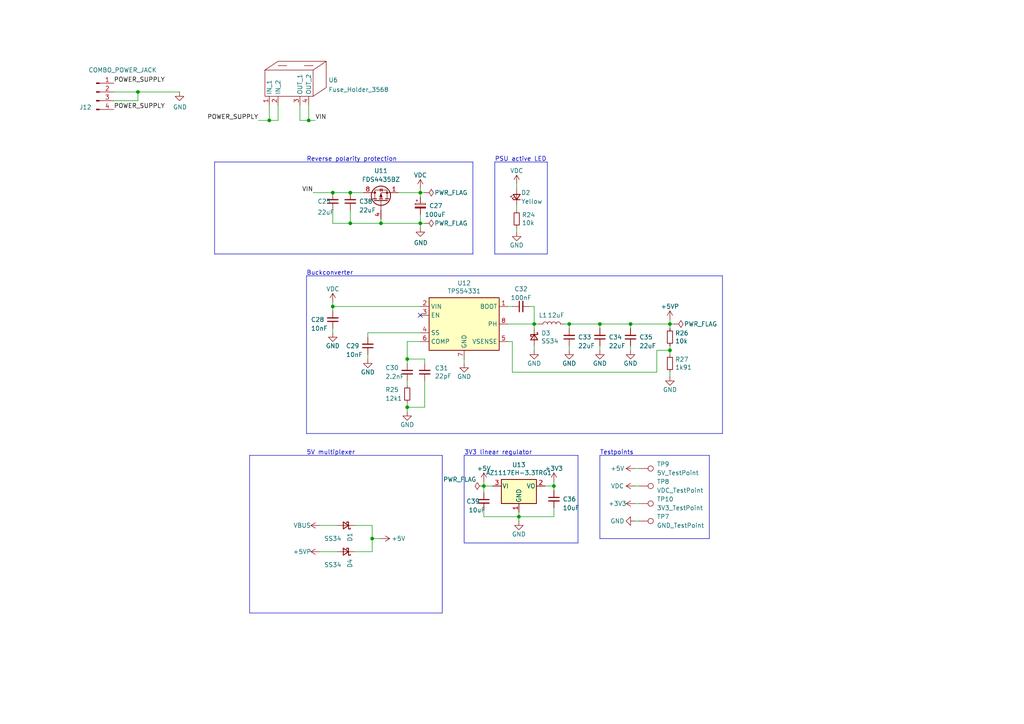
<source format=kicad_sch>
(kicad_sch (version 20230121) (generator eeschema)
  (paper "A4")
  (title_block (title "LumenPnP Motherboard") (date "2022-03-29") (rev "003") (company "Opulo"))
  (lib_symbols
    (symbol "Connector:Conn_01x04_Male" (pin_names (offset 1.016) hide)
      (property "Reference" "J" (at 0 5.08 0))
      (property "Value" "Conn_01x04_Male" (at 0 -7.62 0))
      (symbol "Conn_01x04_Male_1_1"
        (polyline (pts (xy 1.27 -5.08) (xy 0.8636 -5.08)) (stroke (width 0.1524)))
        (polyline (pts (xy 1.27 -2.54) (xy 0.8636 -2.54)) (stroke (width 0.1524)))
        (polyline (pts (xy 1.27 0) (xy 0.8636 0)) (stroke (width 0.1524)))
        (polyline (pts (xy 1.27 2.54) (xy 0.8636 2.54)) (stroke (width 0.1524)))
        (rectangle (start 0.8636 -4.953) (end 0 -5.207) (stroke (width 0.1524)) (fill (type outline)))
        (rectangle (start 0.8636 -2.413) (end 0 -2.667) (stroke (width 0.1524)) (fill (type outline)))
        (rectangle (start 0.8636 0.127) (end 0 -0.127) (stroke (width 0.1524)) (fill (type outline)))
        (rectangle (start 0.8636 2.667) (end 0 2.413) (stroke (width 0.1524)) (fill (type outline)))
        (pin passive line (at 5.08 2.54 180) (length 3.81) (name "Pin_1") (number "1"))
        (pin passive line (at 5.08 0 180) (length 3.81) (name "Pin_2") (number "2"))
        (pin passive line (at 5.08 -2.54 180) (length 3.81) (name "Pin_3") (number "3"))
        (pin passive line (at 5.08 -5.08 180) (length 3.81) (name "Pin_4") (number "4"))
      )
    )
    (symbol "Connector:TestPoint" (pin_numbers hide) (pin_names (offset 0.762) hide)
      (property "Reference" "TP" (at 0 6.858 0))
      (property "Value" "TestPoint" (at 0 5.08 0))
      (symbol "TestPoint_0_1"
        (circle (center 0 3.302) (radius 0.762))
      )
      (symbol "TestPoint_1_1"
        (pin passive line (at 0 0 90) (length 2.54) (name "1") (number "1"))
      )
    )
    (symbol "Device:C_Polarized_Small" (pin_numbers hide) (pin_names (offset 0.254) hide)
      (property "Reference" "C" (at 0.254 1.778 0))
      (property "Value" "C_Polarized_Small" (at 0.254 -2.032 0))
      (symbol "C_Polarized_Small_0_1"
        (rectangle (start -1.524 -0.3048) (end 1.524 -0.6858) (fill (type outline)))
        (rectangle (start -1.524 0.6858) (end 1.524 0.3048))
        (polyline (pts (xy -1.27 1.524) (xy -0.762 1.524)))
        (polyline (pts (xy -1.016 1.27) (xy -1.016 1.778)))
      )
      (symbol "C_Polarized_Small_1_1"
        (pin passive line (at 0 2.54 270) (length 1.8542) (name "~") (number "1"))
        (pin passive line (at 0 -2.54 90) (length 1.8542) (name "~") (number "2"))
      )
    )
    (symbol "Device:C_Small" (pin_numbers hide) (pin_names (offset 0.254) hide)
      (property "Reference" "C" (at 0.254 1.778 0))
      (property "Value" "C_Small" (at 0.254 -2.032 0))
      (symbol "C_Small_0_1"
        (polyline (pts (xy -1.524 -0.508) (xy 1.524 -0.508)) (stroke (width 0.3302)))
        (polyline (pts (xy -1.524 0.508) (xy 1.524 0.508)) (stroke (width 0.3048)))
      )
      (symbol "C_Small_1_1"
        (pin passive line (at 0 2.54 270) (length 2.032) (name "~") (number "1"))
        (pin passive line (at 0 -2.54 90) (length 2.032) (name "~") (number "2"))
      )
    )
    (symbol "Device:D_Schottky_Small" (pin_numbers hide) (pin_names (offset 0.254) hide)
      (property "Reference" "D" (at -1.27 2.032 0))
      (property "Value" "D_Schottky_Small" (at -7.112 -2.032 0))
      (symbol "D_Schottky_Small_0_1"
        (polyline (pts (xy -0.762 0) (xy 0.762 0)))
        (polyline (pts (xy 0.762 -1.016) (xy -0.762 0) (xy 0.762 1.016) (xy 0.762 -1.016)) (stroke (width 0.254)))
        (polyline (pts (xy -1.27 0.762) (xy -1.27 1.016) (xy -0.762 1.016) (xy -0.762 -1.016) (xy -0.254 -1.016) (xy -0.254 -0.762)) (stroke (width 0.254)))
      )
      (symbol "D_Schottky_Small_1_1"
        (pin passive line (at -2.54 0 0) (length 1.778) (name "K") (number "1"))
        (pin passive line (at 2.54 0 180) (length 1.778) (name "A") (number "2"))
      )
    )
    (symbol "Device:L" (pin_numbers hide) (pin_names (offset 1.016) hide)
      (property "Reference" "L" (at -1.27 0 90))
      (property "Value" "L" (at 1.905 0 90))
      (symbol "L_0_1"
        (arc (start 0 -2.54) (mid 0.6323 -1.905) (end 0 -1.27))
        (arc (start 0 -1.27) (mid 0.6323 -0.635) (end 0 0))
        (arc (start 0 0) (mid 0.6323 0.635) (end 0 1.27))
        (arc (start 0 1.27) (mid 0.6323 1.905) (end 0 2.54))
      )
      (symbol "L_1_1"
        (pin passive line (at 0 3.81 270) (length 1.27) (name "1") (number "1"))
        (pin passive line (at 0 -3.81 90) (length 1.27) (name "2") (number "2"))
      )
    )
    (symbol "Device:LED_Small" (pin_numbers hide) (pin_names (offset 0.254) hide)
      (property "Reference" "D" (at -1.27 3.175 0))
      (property "Value" "LED_Small" (at -4.445 -2.54 0))
      (symbol "LED_Small_0_1"
        (polyline (pts (xy -0.762 -1.016) (xy -0.762 1.016)) (stroke (width 0.254)))
        (polyline (pts (xy 1.016 0) (xy -0.762 0)))
        (polyline (pts (xy 0.762 -1.016) (xy -0.762 0) (xy 0.762 1.016) (xy 0.762 -1.016)) (stroke (width 0.254)))
        (polyline (pts (xy 0 0.762) (xy -0.508 1.27) (xy -0.254 1.27) (xy -0.508 1.27) (xy -0.508 1.016)))
        (polyline (pts (xy 0.508 1.27) (xy 0 1.778) (xy 0.254 1.778) (xy 0 1.778) (xy 0 1.524)))
      )
      (symbol "LED_Small_1_1"
        (pin passive line (at -2.54 0 0) (length 1.778) (name "K") (number "1"))
        (pin passive line (at 2.54 0 180) (length 1.778) (name "A") (number "2"))
      )
    )
    (symbol "Device:R_Small" (pin_numbers hide) (pin_names (offset 0.254) hide)
      (property "Reference" "R" (at 0.762 0.508 0))
      (property "Value" "R_Small" (at 0.762 -1.016 0))
      (symbol "R_Small_0_1"
        (rectangle (start -0.762 1.778) (end 0.762 -1.778) (stroke (width 0.2032)))
      )
      (symbol "R_Small_1_1"
        (pin passive line (at 0 2.54 270) (length 0.762) (name "~") (number "1"))
        (pin passive line (at 0 -2.54 90) (length 0.762) (name "~") (number "2"))
      )
    )
    (symbol "Regulator_Linear:AP1117-33" (pin_names (offset 0.254))
      (property "Reference" "U" (at -3.81 3.175 0))
      (property "Value" "AP1117-33" (at 0 3.175 0))
      (symbol "AP1117-33_0_1"
        (rectangle (start -5.08 -5.08) (end 5.08 1.905) (stroke (width 0.254)) (fill (type background)))
      )
      (symbol "AP1117-33_1_1"
        (pin power_in line (at 0 -7.62 90) (length 2.54) (name "GND") (number "1"))
        (pin power_out line (at 7.62 0 180) (length 2.54) (name "VO") (number "2"))
        (pin power_in line (at -7.62 0 0) (length 2.54) (name "VI") (number "3"))
      )
    )
    (symbol "index:FDS4435BZ" (pin_names hide)
      (property "Reference" "Q" (at 5.08 1.905 0))
      (property "Value" "FDS4435BZ" (at 5.08 0 0))
      (symbol "FDS4435BZ_0_1"
        (polyline (pts (xy 0.254 0) (xy -2.54 0)))
        (polyline (pts (xy 0.254 1.905) (xy 0.254 -1.905)) (stroke (width 0.254)))
        (polyline (pts (xy 0.762 -1.27) (xy 0.762 -2.286)) (stroke (width 0.254)))
        (polyline (pts (xy 0.762 0.508) (xy 0.762 -0.508)) (stroke (width 0.254)))
        (polyline (pts (xy 0.762 2.286) (xy 0.762 1.27)) (stroke (width 0.254)))
        (polyline (pts (xy 2.54 2.54) (xy 2.54 1.778)))
        (polyline (pts (xy 2.54 -2.54) (xy 2.54 0) (xy 0.762 0)))
        (polyline (pts (xy 0.762 1.778) (xy 3.302 1.778) (xy 3.302 -1.778) (xy 0.762 -1.778)))
        (polyline (pts (xy 2.286 0) (xy 1.27 0.381) (xy 1.27 -0.381) (xy 2.286 0)) (fill (type outline)))
        (polyline (pts (xy 2.794 -0.508) (xy 2.921 -0.381) (xy 3.683 -0.381) (xy 3.81 -0.254)))
        (polyline (pts (xy 3.302 -0.381) (xy 2.921 0.254) (xy 3.683 0.254) (xy 3.302 -0.381)))
        (circle (center 1.651 0) (radius 2.794) (stroke (width 0.254)))
        (circle (center 2.54 -1.778) (radius 0.254) (fill (type outline)))
        (circle (center 2.54 1.778) (radius 0.254) (fill (type outline)))
      )
      (symbol "FDS4435BZ_1_1"
        (pin passive line (at 2.54 -5.08 90) (length 2.54) (name "S") (number "1"))
        (pin passive line (at 2.54 -5.08 90) (length 2.54) hide (name "S") (number "2"))
        (pin passive line (at 2.54 -5.08 90) (length 2.54) hide (name "S") (number "3"))
        (pin passive line (at -5.08 0 0) (length 2.54) (name "G") (number "4"))
        (pin passive line (at 2.54 5.08 270) (length 2.54) hide (name "D") (number "5"))
        (pin passive line (at 2.54 5.08 270) (length 2.54) hide (name "D") (number "6"))
        (pin passive line (at 2.54 5.08 270) (length 2.54) hide (name "D") (number "7"))
        (pin passive line (at 2.54 5.08 270) (length 2.54) (name "D") (number "8"))
      )
    )
    (symbol "index:Fuse_Holder_3568"
      (property "Reference" "U" (at 7.62 11.43 0))
      (property "Value" "Fuse_Holder_3568" (at 0 21.59 0))
      (symbol "Fuse_Holder_3568_0_1"
        (polyline (pts (xy -10.16 17.78) (xy 3.81 17.78)))
        (polyline (pts (xy -6.35 19.05) (xy -3.81 19.05)))
        (polyline (pts (xy 3.81 19.05) (xy 1.27 19.05)))
        (polyline (pts (xy -10.16 17.78) (xy -10.16 10.16) (xy 3.81 10.16)))
        (polyline (pts (xy 3.81 10.16) (xy 7.62 12.7) (xy 7.62 20.32)))
        (polyline (pts (xy -10.16 17.78) (xy -6.35 20.32) (xy 7.62 20.32) (xy 3.81 17.78) (xy 3.81 10.16)))
      )
      (symbol "Fuse_Holder_3568_1_1"
        (pin passive line (at -8.89 7.62 90) (length 2.54) (name "IN_1") (number "1"))
        (pin passive line (at -6.35 7.62 90) (length 2.54) (name "IN_2") (number "2"))
        (pin passive line (at 0 7.62 90) (length 2.54) (name "OUT_1") (number "3"))
        (pin passive line (at 2.54 7.62 90) (length 2.54) (name "OUT_2") (number "4"))
      )
    )
    (symbol "index:TPS54331"
      (property "Reference" "U" (at -8.89 8.89 0))
      (property "Value" "TPS54331" (at 3.81 8.89 0))
      (symbol "TPS54331_1_1"
        (rectangle (start -10.16 7.62) (end 10.16 -7.62) (stroke (width 0.254)) (fill (type background)))
        (pin output line (at 12.7 5.08 180) (length 2.54) (name "BOOT") (number "1"))
        (pin power_in line (at -12.7 5.08 0) (length 2.54) (name "VIN") (number "2"))
        (pin input line (at -12.7 2.54 0) (length 2.54) (name "EN") (number "3"))
        (pin output line (at -12.7 -2.54 0) (length 2.54) (name "SS") (number "4"))
        (pin input line (at 12.7 -5.08 180) (length 2.54) (name "VSENSE") (number "5"))
        (pin output line (at -12.7 -5.08 0) (length 2.54) (name "COMP") (number "6"))
        (pin power_in line (at 0 -10.16 90) (length 2.54) (name "GND") (number "7"))
        (pin output line (at 12.7 0 180) (length 2.54) (name "PH") (number "8"))
      )
    )
    (symbol "power:+3V3" (power) (pin_names (offset 0))
      (property "Value" "+3V3" (at 0 3.556 0))
      (symbol "+3V3_0_1"
        (polyline (pts (xy -0.762 1.27) (xy 0 2.54)))
        (polyline (pts (xy 0 0) (xy 0 2.54)))
        (polyline (pts (xy 0 2.54) (xy 0.762 1.27)))
      )
      (symbol "+3V3_1_1"
        (pin power_in line (at 0 0 90) (length 0) hide (name "+3V3") (number "1"))
      )
    )
    (symbol "power:+5V" (power) (pin_names (offset 0))
      (property "Value" "+5V" (at 0 3.556 0))
      (symbol "+5V_0_1"
        (polyline (pts (xy -0.762 1.27) (xy 0 2.54)))
        (polyline (pts (xy 0 0) (xy 0 2.54)))
        (polyline (pts (xy 0 2.54) (xy 0.762 1.27)))
      )
      (symbol "+5V_1_1"
        (pin power_in line (at 0 0 90) (length 0) hide (name "+5V") (number "1"))
      )
    )
    (symbol "power:+5VP" (power) (pin_names (offset 0))
      (property "Value" "+5VP" (at 0 3.556 0))
      (symbol "+5VP_0_1"
        (polyline (pts (xy -0.762 1.27) (xy 0 2.54)))
        (polyline (pts (xy 0 0) (xy 0 2.54)))
        (polyline (pts (xy 0 2.54) (xy 0.762 1.27)))
      )
      (symbol "+5VP_1_1"
        (pin power_in line (at 0 0 90) (length 0) hide (name "+5VP") (number "1"))
      )
    )
    (symbol "power:GND" (power) (pin_names (offset 0))
      (property "Value" "GND" (at 0 -3.81 0))
      (symbol "GND_0_1"
        (polyline (pts (xy 0 0) (xy 0 -1.27) (xy 1.27 -1.27) (xy 0 -2.54) (xy -1.27 -1.27) (xy 0 -1.27)))
      )
      (symbol "GND_1_1"
        (pin power_in line (at 0 0 270) (length 0) hide (name "GND") (number "1"))
      )
    )
    (symbol "power:PWR_FLAG" (power) (pin_numbers hide) (pin_names (offset 0) hide)
      (property "Value" "PWR_FLAG" (at 0 3.81 0))
      (symbol "PWR_FLAG_0_0"
        (pin power_out line (at 0 0 90) (length 0) (name "pwr") (number "1"))
      )
      (symbol "PWR_FLAG_0_1"
        (polyline (pts (xy 0 0) (xy 0 1.27) (xy -1.016 1.905) (xy 0 2.54) (xy 1.016 1.905) (xy 0 1.27)))
      )
    )
    (symbol "power:VBUS" (power) (pin_names (offset 0))
      (property "Value" "VBUS" (at 0 3.81 0))
      (symbol "VBUS_0_1"
        (polyline (pts (xy -0.762 1.27) (xy 0 2.54)))
        (polyline (pts (xy 0 0) (xy 0 2.54)))
        (polyline (pts (xy 0 2.54) (xy 0.762 1.27)))
      )
      (symbol "VBUS_1_1"
        (pin power_in line (at 0 0 90) (length 0) hide (name "VBUS") (number "1"))
      )
    )
    (symbol "power:VDC" (power) (pin_names (offset 0))
      (property "Value" "VDC" (at 0 6.35 0))
      (symbol "VDC_0_1"
        (polyline (pts (xy -0.762 1.27) (xy 0 2.54)))
        (polyline (pts (xy 0 0) (xy 0 2.54)))
        (polyline (pts (xy 0 2.54) (xy 0.762 1.27)))
      )
      (symbol "VDC_1_1"
        (pin power_in line (at 0 0 90) (length 0) hide (name "VDC") (number "1"))
      )
    )
  )
  (junction (at 182.88 93.98))
  (junction (at 118.11 118.11))
  (junction (at 194.31 93.98))
  (junction (at 121.92 55.88))
  (junction (at 121.92 64.77))
  (junction (at 150.495 149.86))
  (junction (at 107.95 156.21))
  (junction (at 118.11 104.14))
  (junction (at 40.005 26.67))
  (junction (at 140.335 140.97))
  (junction (at 89.535 34.925))
  (junction (at 160.655 140.97))
  (junction (at 154.94 93.98))
  (junction (at 96.52 55.88))
  (junction (at 110.49 64.77))
  (junction (at 165.1 93.98))
  (junction (at 173.99 93.98))
  (junction (at 101.6 64.77))
  (junction (at 78.105 34.925))
  (junction (at 101.6 55.88))
  (junction (at 194.31 101.6))
  (junction (at 96.52 88.9))
  (no_connect (at 121.92 91.44))
  (polyline (pts (xy 173.99 132.08) (xy 173.99 156.21)))
  (wire (pts (xy 33.02 29.21) (xy 40.005 29.21)))
  (wire (pts (xy 40.005 26.67) (xy 52.07 26.67)))
  (polyline (pts (xy 167.64 157.48) (xy 134.62 157.48)))
  (polyline (pts (xy 62.23 46.99) (xy 137.16 46.99)))
  (polyline (pts (xy 134.62 132.08) (xy 167.64 132.08)))
  (wire (pts (xy 107.95 160.02) (xy 107.95 156.21)))
  (wire (pts (xy 92.71 160.02) (xy 97.79 160.02)))
  (polyline (pts (xy 158.75 46.99) (xy 158.75 73.66)))
  (polyline (pts (xy 72.39 132.08) (xy 128.27 132.08)))
  (wire (pts (xy 96.52 95.25) (xy 96.52 96.52)))
  (wire (pts (xy 194.31 93.98) (xy 194.31 95.25)))
  (polyline (pts (xy 62.23 46.99) (xy 62.23 73.66)))
  (wire (pts (xy 102.87 160.02) (xy 107.95 160.02)))
  (wire (pts (xy 154.94 88.9) (xy 154.94 93.98)))
  (polyline (pts (xy 72.39 132.08) (xy 72.39 177.8)))
  (wire (pts (xy 121.92 55.88) (xy 123.19 55.88)))
  (wire (pts (xy 184.15 151.13) (xy 185.42 151.13)))
  (wire (pts (xy 123.19 118.11) (xy 123.19 110.49)))
  (wire (pts (xy 106.68 102.87) (xy 106.68 104.14)))
  (wire (pts (xy 148.59 99.06) (xy 148.59 107.95)))
  (wire (pts (xy 89.535 30.48) (xy 89.535 34.925)))
  (wire (pts (xy 33.02 26.67) (xy 40.005 26.67)))
  (wire (pts (xy 182.88 100.33) (xy 182.88 101.6)))
  (wire (pts (xy 190.5 107.95) (xy 190.5 101.6)))
  (wire (pts (xy 110.49 63.5) (xy 110.49 64.77)))
  (wire (pts (xy 184.15 146.05) (xy 185.42 146.05)))
  (wire (pts (xy 190.5 101.6) (xy 194.31 101.6)))
  (polyline (pts (xy 173.99 132.08) (xy 205.74 132.08)))
  (wire (pts (xy 154.94 93.98) (xy 156.21 93.98)))
  (wire (pts (xy 78.105 34.925) (xy 80.645 34.925)))
  (wire (pts (xy 118.11 104.14) (xy 118.11 99.06)))
  (wire (pts (xy 118.11 116.84) (xy 118.11 118.11)))
  (wire (pts (xy 147.32 99.06) (xy 148.59 99.06)))
  (wire (pts (xy 148.59 88.9) (xy 147.32 88.9)))
  (wire (pts (xy 96.52 55.88) (xy 101.6 55.88)))
  (wire (pts (xy 163.83 93.98) (xy 165.1 93.98)))
  (polyline (pts (xy 205.74 132.08) (xy 205.74 156.21)))
  (wire (pts (xy 121.92 64.77) (xy 110.49 64.77)))
  (wire (pts (xy 102.87 152.4) (xy 107.95 152.4)))
  (wire (pts (xy 140.335 147.955) (xy 140.335 149.86)))
  (wire (pts (xy 121.92 54.61) (xy 121.92 55.88)))
  (wire (pts (xy 40.005 26.67) (xy 40.005 29.21)))
  (wire (pts (xy 86.995 34.925) (xy 89.535 34.925)))
  (wire (pts (xy 121.92 64.77) (xy 123.19 64.77)))
  (wire (pts (xy 121.92 64.77) (xy 121.92 66.04)))
  (polyline (pts (xy 209.55 125.73) (xy 88.9 125.73)))
  (wire (pts (xy 123.19 104.14) (xy 118.11 104.14)))
  (wire (pts (xy 173.99 100.33) (xy 173.99 101.6)))
  (wire (pts (xy 154.94 100.33) (xy 154.94 101.6)))
  (wire (pts (xy 89.535 34.925) (xy 91.44 34.925)))
  (wire (pts (xy 118.11 118.11) (xy 118.11 119.38)))
  (wire (pts (xy 140.335 149.86) (xy 150.495 149.86)))
  (polyline (pts (xy 134.62 132.08) (xy 134.62 157.48)))
  (polyline (pts (xy 128.27 177.8) (xy 72.39 177.8)))
  (wire (pts (xy 154.94 93.98) (xy 154.94 95.25)))
  (wire (pts (xy 140.335 139.7) (xy 140.335 140.97)))
  (wire (pts (xy 96.52 88.9) (xy 96.52 90.17)))
  (wire (pts (xy 101.6 55.88) (xy 105.41 55.88)))
  (wire (pts (xy 148.59 107.95) (xy 190.5 107.95)))
  (wire (pts (xy 184.15 140.97) (xy 185.42 140.97)))
  (wire (pts (xy 150.495 149.86) (xy 150.495 151.13)))
  (wire (pts (xy 107.95 156.21) (xy 110.49 156.21)))
  (wire (pts (xy 149.86 66.04) (xy 149.86 67.31)))
  (wire (pts (xy 160.655 147.32) (xy 160.655 149.86)))
  (wire (pts (xy 149.86 59.69) (xy 149.86 60.96)))
  (wire (pts (xy 107.95 152.4) (xy 107.95 156.21)))
  (wire (pts (xy 160.655 139.7) (xy 160.655 140.97)))
  (wire (pts (xy 194.31 92.71) (xy 194.31 93.98)))
  (wire (pts (xy 106.68 96.52) (xy 121.92 96.52)))
  (wire (pts (xy 118.11 110.49) (xy 118.11 111.76)))
  (wire (pts (xy 194.31 100.33) (xy 194.31 101.6)))
  (wire (pts (xy 96.52 87.63) (xy 96.52 88.9)))
  (polyline (pts (xy 158.75 73.66) (xy 143.51 73.66)))
  (wire (pts (xy 147.32 93.98) (xy 154.94 93.98)))
  (wire (pts (xy 194.31 101.6) (xy 194.31 102.87)))
  (wire (pts (xy 194.31 109.22) (xy 194.31 107.95)))
  (polyline (pts (xy 88.9 80.01) (xy 88.9 125.73)))
  (wire (pts (xy 92.71 152.4) (xy 97.79 152.4)))
  (wire (pts (xy 173.99 93.98) (xy 182.88 93.98)))
  (wire (pts (xy 165.1 100.33) (xy 165.1 101.6)))
  (wire (pts (xy 118.11 104.14) (xy 118.11 105.41)))
  (wire (pts (xy 182.88 93.98) (xy 194.31 93.98)))
  (wire (pts (xy 140.335 140.97) (xy 142.875 140.97)))
  (wire (pts (xy 140.335 140.97) (xy 140.335 142.875)))
  (polyline (pts (xy 209.55 80.01) (xy 209.55 125.73)))
  (wire (pts (xy 90.805 55.88) (xy 96.52 55.88)))
  (wire (pts (xy 160.655 149.86) (xy 150.495 149.86)))
  (polyline (pts (xy 143.51 46.99) (xy 143.51 73.66)))
  (polyline (pts (xy 167.64 132.08) (xy 167.64 157.48)))
  (wire (pts (xy 158.115 140.97) (xy 160.655 140.97)))
  (wire (pts (xy 134.62 104.14) (xy 134.62 105.41)))
  (polyline (pts (xy 205.74 156.21) (xy 173.99 156.21)))
  (wire (pts (xy 165.1 93.98) (xy 173.99 93.98)))
  (wire (pts (xy 96.52 60.96) (xy 96.52 64.77)))
  (wire (pts (xy 184.15 135.89) (xy 185.42 135.89)))
  (wire (pts (xy 150.495 148.59) (xy 150.495 149.86)))
  (wire (pts (xy 153.67 88.9) (xy 154.94 88.9)))
  (wire (pts (xy 194.31 93.98) (xy 195.58 93.98)))
  (wire (pts (xy 182.88 93.98) (xy 182.88 95.25)))
  (wire (pts (xy 149.86 53.34) (xy 149.86 54.61)))
  (wire (pts (xy 118.11 99.06) (xy 121.92 99.06)))
  (wire (pts (xy 165.1 93.98) (xy 165.1 95.25)))
  (wire (pts (xy 121.92 62.23) (xy 121.92 64.77)))
  (wire (pts (xy 173.99 93.98) (xy 173.99 95.25)))
  (polyline (pts (xy 137.16 73.66) (xy 62.23 73.66)))
  (wire (pts (xy 101.6 64.77) (xy 101.6 60.96)))
  (wire (pts (xy 96.52 64.77) (xy 101.6 64.77)))
  (wire (pts (xy 115.57 55.88) (xy 121.92 55.88)))
  (wire (pts (xy 160.655 142.24) (xy 160.655 140.97)))
  (polyline (pts (xy 88.9 80.01) (xy 209.55 80.01)))
  (wire (pts (xy 78.105 30.48) (xy 78.105 34.925)))
  (wire (pts (xy 74.93 34.925) (xy 78.105 34.925)))
  (wire (pts (xy 106.68 96.52) (xy 106.68 97.79)))
  (wire (pts (xy 121.92 55.88) (xy 121.92 57.15)))
  (polyline (pts (xy 137.16 46.99) (xy 137.16 73.66)))
  (wire (pts (xy 86.995 30.48) (xy 86.995 34.925)))
  (polyline (pts (xy 128.27 132.08) (xy 128.27 177.8)))
  (wire (pts (xy 96.52 88.9) (xy 121.92 88.9)))
  (wire (pts (xy 80.645 34.925) (xy 80.645 30.48)))
  (wire (pts (xy 101.6 64.77) (xy 110.49 64.77)))
  (polyline (pts (xy 143.51 46.99) (xy 158.75 46.99)))
  (wire (pts (xy 123.19 105.41) (xy 123.19 104.14)))
  (wire (pts (xy 118.11 118.11) (xy 123.19 118.11)))
  (text "Buckconverter" (at 88.9 80.01 0) (effects (font (size 1.27 1.27)) (justify left bottom)))
  (text "Reverse polarity protection" (at 88.9 46.99 0) (effects (font (size 1.27 1.27)) (justify left bottom)))
  (text "Testpoints" (at 173.99 132.08 0) (effects (font (size 1.27 1.27)) (justify left bottom)))
  (text "PSU active LED" (at 143.51 46.99 0) (effects (font (size 1.27 1.27)) (justify left bottom)))
  (text "3V3 linear regulator" (at 134.62 132.08 0) (effects (font (size 1.27 1.27)) (justify left bottom)))
  (text "5V multiplexer" (at 88.9 132.08 0) (effects (font (size 1.27 1.27)) (justify left bottom)))
  (label "VIN" (at 90.805 55.88 180))
  (label "POWER_SUPPLY" (at 74.93 34.925 180))
  (label "POWER_SUPPLY" (at 33.02 31.75 0))
  (label "VIN" (at 91.44 34.925 0))
  (label "POWER_SUPPLY" (at 33.02 24.13 0))
  (symbol (lib_id "Device:C_Polarized_Small") (at 121.92 59.69 0) (unit 1)
    (property "Reference" "C27" (at 124.46 59.69 0) (effects (justify left)))
    (property "Value" "100uF" (at 123.19 62.23 0) (effects (justify left)))
    (property "Footprint" "Capacitor_SMD:CP_Elec_6.3x7.7" (effects hide))
    (property "Digikey" "493-2203-1-ND" (effects hide))
    (property "JLCPCB" "C99837" (effects hide))
    (property "LCSC" "C3339" (effects hide))
    (property "Mouser" "647-UWT1V101MCL1S" (effects hide))
    (property "Notes" "35V/20%/Aluminum" (effects hide))
  )
  (symbol (lib_id "Device:L") (at 160.02 93.98 90) (unit 1)
    (property "Reference" "L1" (at 157.48 91.44 90))
    (property "Value" "12uF" (at 161.29 91.44 90))
    (property "Footprint" "Inductor_SMD:L_Coilcraft_XAL60xx_6.36x6.56mm" (effects hide))
    (property "Digikey" "ASPI-6045S-120M-TCT-ND" (effects hide))
    (property "LCSC" "C168077" (effects hide))
    (property "Mouser" "815-ASPI-6045S-120MT" (effects hide))
  )
  (symbol (lib_id "Device:R_Small") (at 194.31 97.79 0) (unit 1)
    (property "Reference" "R26" (at 195.8086 96.6216 0) (effects (justify left)))
    (property "Value" "10k" (at 195.8086 98.933 0) (effects (justify left)))
    (property "Footprint" "Resistor_SMD:R_0805_2012Metric" (effects hide))
    (property "Digikey" "RMCF0805FT10K0CT-ND" (effects hide))
    (property "JLCPCB" "C17414" (effects hide))
    (property "LCSC" "C115295" (effects hide))
    (property "Mouser" "71-CRCW080510K0FKEAC" (effects hide))
    (property "Notes" "125mW/1%" (effects hide))
  )
  (symbol (lib_id "Device:R_Small") (at 194.31 105.41 0) (unit 1)
    (property "Reference" "R27" (at 195.8086 104.2416 0) (effects (justify left)))
    (property "Value" "1k91" (at 195.8086 106.553 0) (effects (justify left)))
    (property "Footprint" "Resistor_SMD:R_0805_2012Metric" (effects hide))
    (property "Datasheet" "https://www.vishay.com/docs/20035/dcrcwe3.pdf" (effects hide))
    (property "Digikey" "541-1.91KCCT-ND" (effects hide))
    (property "JLCPCB" "C17401" (effects hide))
    (property "LCSC" "C17401" (effects hide))
    (property "Mouser" "71-CRCW08051K91FKEA" (effects hide))
    (property "Notes" "125mW/1%" (effects hide))
  )
  (symbol (lib_id "Device:C_Small") (at 96.52 92.71 180) (unit 1)
    (property "Reference" "C28" (at 90.17 92.71 0) (effects (justify right)))
    (property "Value" "10nF" (at 90.17 95.25 0) (effects (justify right)))
    (property "Footprint" "Capacitor_SMD:C_0805_2012Metric" (effects hide))
    (property "Digikey" "1276-1015-1-ND" (effects hide))
    (property "JLCPCB" "C1710" (effects hide))
    (property "LCSC" "C1710" (effects hide))
    (property "Mouser" "187-CL21B103KBANNNC" (effects hide))
    (property "Notes" "50V/10%" (effects hide))
  )
  (symbol (lib_id "Regulator_Linear:AP1117-33") (at 150.495 140.97 0) (unit 1)
    (property "Reference" "U13" (at 150.495 134.8232 0))
    (property "Value" "AZ1117EH-3.3TRG1" (at 150.495 137.1346 0))
    (property "Footprint" "Package_TO_SOT_SMD:SOT-223-3_TabPin2" (effects hide))
    (property "LCSC" "C108494" (effects hide))
  )
  (symbol (lib_id "power:+3V3") (at 160.655 139.7 0) (unit 1)
    (property "Reference" "#PWR0161" (effects hide))
    (property "Value" "+3V3" (at 160.655 135.89 0))
  )
  (symbol (lib_id "power:GND") (at 150.495 151.13 0) (unit 1)
    (property "Reference" "#PWR0160" (effects hide))
    (property "Value" "GND" (at 150.495 154.94 0))
  )
  (symbol (lib_id "power:+5V") (at 140.335 139.7 0) (unit 1)
    (property "Reference" "#PWR0159" (effects hide))
    (property "Value" "+5V" (at 140.335 135.89 0))
  )
  (symbol (lib_id "Device:LED_Small") (at 149.86 57.15 90) (unit 1)
    (property "Reference" "D2" (at 151.13 55.88 90) (effects (justify right)))
    (property "Value" "Yellow" (at 151.13 58.42 90) (effects (justify right)))
    (property "Footprint" "LED_SMD:LED_0805_2012Metric" (effects hide))
    (property "Digikey" "732-4987-1-ND" (effects hide))
    (property "JLCPCB" "C2296" (effects hide))
    (property "LCSC" "C779458" (effects hide))
    (property "Mouser" "710-150080YS75000" (effects hide))
    (property "Notes" "20mA" (effects hide))
  )
  (symbol (lib_id "Device:R_Small") (at 149.86 63.5 0) (unit 1)
    (property "Reference" "R24" (at 151.3586 62.3316 0) (effects (justify left)))
    (property "Value" "10k" (at 151.3586 64.643 0) (effects (justify left)))
    (property "Footprint" "Resistor_SMD:R_0805_2012Metric" (effects hide))
    (property "Digikey" "RMCF0805FT10K0CT-ND" (effects hide))
    (property "JLCPCB" "C17414" (effects hide))
    (property "LCSC" "C115295" (effects hide))
    (property "Mouser" "71-CRCW080510K0FKEAC" (effects hide))
    (property "Notes" "125mW/1%" (effects hide))
  )
  (symbol (lib_id "power:GND") (at 149.86 67.31 0) (unit 1)
    (property "Reference" "#PWR0146" (effects hide))
    (property "Value" "GND" (at 149.86 71.12 0))
  )
  (symbol (lib_id "index:FDS4435BZ") (at 110.49 58.42 90) (unit 1)
    (property "Reference" "U11" (at 110.49 49.53 90))
    (property "Value" "FDS4435BZ" (at 110.49 52.07 90))
    (property "Footprint" "Package_SO:SO-8_3.9x4.9mm_P1.27mm" (effects hide))
    (property "JLCPCB" "C23931" (effects hide))
    (property "LCSC" "C23931" (effects hide))
    (property "Digikey" "FDS4435BZCT-ND" (effects hide))
    (property "Mouser" "512-FDS4435BZ" (effects hide))
    (property "Notes" "30V/8A" (effects hide))
  )
  (symbol (lib_id "power:GND") (at 194.31 109.22 0) (unit 1)
    (property "Reference" "#PWR0157" (effects hide))
    (property "Value" "GND" (at 194.31 113.03 0))
  )
  (symbol (lib_id "power:GND") (at 121.92 66.04 0) (unit 1)
    (property "Reference" "#PWR0143" (effects hide))
    (property "Value" "GND" (at 122.047 70.4342 0))
  )
  (symbol (lib_id "Device:D_Schottky_Small") (at 154.94 97.79 270) (unit 1)
    (property "Reference" "D3" (at 156.972 96.6216 90) (effects (justify left)))
    (property "Value" "SS34" (at 156.972 98.933 90) (effects (justify left)))
    (property "Footprint" "Diode_SMD:D_SMA" (effects hide))
    (property "LCSC" "C266553" (effects hide))
    (property "JLCPCB" "C8678" (effects hide))
    (property "Notes" "40V/3A" (effects hide))
    (property "Digikey" "641-2115-1-ND" (effects hide))
    (property "Mouser" "821-SS34LRVG" (effects hide))
  )
  (symbol (lib_id "power:GND") (at 154.94 101.6 0) (unit 1)
    (property "Reference" "#PWR0152" (effects hide))
    (property "Value" "GND" (at 154.94 105.41 0))
  )
  (symbol (lib_id "power:VDC") (at 96.52 87.63 0) (unit 1)
    (property "Reference" "#PWR0149" (effects hide))
    (property "Value" "VDC" (at 96.52 83.82 0))
  )
  (symbol (lib_id "power:VDC") (at 149.86 53.34 0) (unit 1)
    (property "Reference" "#PWR0145" (effects hide))
    (property "Value" "VDC" (at 149.86 49.53 0))
  )
  (symbol (lib_id "power:GND") (at 96.52 96.52 0) (unit 1)
    (property "Reference" "#PWR0147" (effects hide))
    (property "Value" "GND" (at 96.52 100.33 0))
  )
  (symbol (lib_id "Device:C_Small") (at 160.655 144.78 0) (unit 1)
    (property "Reference" "C36" (at 163.195 144.78 0) (effects (justify left)))
    (property "Value" "10uF" (at 163.195 147.32 0) (effects (justify left)))
    (property "Footprint" "Capacitor_SMD:C_0805_2012Metric" (effects hide))
    (property "JLCPCB" "C15850" (effects hide))
    (property "LCSC" "C17024" (effects hide))
    (property "Digikey" "490-18663-1-ND" (effects hide))
    (property "Mouser" "81-GRM21BR61H106KE3L" (effects hide))
    (property "Notes" "50V/10%" (effects hide))
  )
  (symbol (lib_id "power:VBUS") (at 92.71 152.4 90) (unit 1)
    (property "Reference" "#PWR0158" (effects hide))
    (property "Value" "VBUS" (at 87.63 152.4 90))
  )
  (symbol (lib_id "power:PWR_FLAG") (at 195.58 93.98 270) (unit 1)
    (property "Reference" "#FLG026" (effects hide))
    (property "Value" "PWR_FLAG" (at 203.2 93.98 90))
  )
  (symbol (lib_id "power:PWR_FLAG") (at 123.19 55.88 270) (unit 1)
    (property "Reference" "#FLG024" (effects hide))
    (property "Value" "PWR_FLAG" (at 130.81 55.88 90))
  )
  (symbol (lib_id "power:GND") (at 134.62 105.41 0) (unit 1)
    (property "Reference" "#PWR0151" (effects hide))
    (property "Value" "GND" (at 134.62 109.22 0))
  )
  (symbol (lib_id "index:TPS54331") (at 134.62 93.98 0) (unit 1)
    (property "Reference" "U12" (at 134.62 82.1182 0))
    (property "Value" "TPS54331" (at 134.62 84.4296 0))
    (property "Footprint" "Package_SO:SOIC-8_3.9x4.9mm_P1.27mm" (effects hide))
    (property "Datasheet" "https://www.ti.com/lit/ds/symlink/tps54331.pdf" (effects hide))
    (property "LCSC" "C9865" (effects hide))
    (property "JLCPCB" "C9865" (effects hide))
    (property "Digikey" "296-26991-1-ND" (effects hide))
    (property "Mouser" "595-TPS54331DR" (effects hide))
    (property "Notes" "Can use the tube version 296-23626-5-ND" (effects hide))
  )
  (symbol (lib_id "Device:C_Small") (at 151.13 88.9 90) (unit 1)
    (property "Reference" "C32" (at 151.13 83.82 90))
    (property "Value" "100nF" (at 151.13 86.36 90))
    (property "Footprint" "Capacitor_SMD:C_0805_2012Metric" (effects hide))
    (property "Digikey" "1276-1180-1-ND" (effects hide))
    (property "JLCPCB" "C49678" (effects hide))
    (property "LCSC" "C360619" (effects hide))
    (property "Mouser" "581-08055C104K" (effects hide))
    (property "Notes" "50V/10%" (effects hide))
  )
  (symbol (lib_id "Device:C_Small") (at 106.68 100.33 180) (unit 1)
    (property "Reference" "C29" (at 100.33 100.33 0) (effects (justify right)))
    (property "Value" "10nF" (at 100.33 102.87 0) (effects (justify right)))
    (property "Footprint" "Capacitor_SMD:C_0805_2012Metric" (effects hide))
    (property "Digikey" "1276-1015-1-ND" (effects hide))
    (property "JLCPCB" "C1710" (effects hide))
    (property "LCSC" "C1710" (effects hide))
    (property "Mouser" "187-CL21B103KBANNNC" (effects hide))
    (property "Notes" "50V/10%" (effects hide))
  )
  (symbol (lib_id "power:GND") (at 106.68 104.14 0) (unit 1)
    (property "Reference" "#PWR0148" (effects hide))
    (property "Value" "GND" (at 106.68 107.95 0))
  )
  (symbol (lib_id "Device:C_Small") (at 118.11 107.95 180) (unit 1)
    (property "Reference" "C30" (at 111.76 106.68 0) (effects (justify right)))
    (property "Value" "2.2nF" (at 111.76 109.22 0) (effects (justify right)))
    (property "Footprint" "Capacitor_SMD:C_0805_2012Metric" (effects hide))
    (property "Digikey" "1276-2993-1-ND" (effects hide))
    (property "JLCPCB" "C28260" (effects hide))
    (property "LCSC" "C28260" (effects hide))
    (property "Mouser" "187-CL21C222JBFNNNE" (effects hide))
    (property "Notes" "50V/10%" (effects hide))
  )
  (symbol (lib_id "Device:C_Small") (at 123.19 107.95 180) (unit 1)
    (property "Reference" "C31" (at 126.111 106.7816 0) (effects (justify right)))
    (property "Value" "22pF" (at 126.111 109.093 0) (effects (justify right)))
    (property "Footprint" "Capacitor_SMD:C_0805_2012Metric" (effects hide))
    (property "Digikey" "311-1103-1-ND" (effects hide))
    (property "JLCPCB" "C1804" (effects hide))
    (property "LCSC" "C123642" (effects hide))
    (property "Mouser" "603-CC805JRNPO9BN220" (effects hide))
    (property "Notes" "50V/5%" (effects hide))
  )
  (symbol (lib_id "power:GND") (at 118.11 119.38 0) (unit 1)
    (property "Reference" "#PWR0150" (effects hide))
    (property "Value" "GND" (at 118.11 123.19 0))
  )
  (symbol (lib_id "power:GND") (at 165.1 101.6 0) (unit 1)
    (property "Reference" "#PWR0153" (effects hide))
    (property "Value" "GND" (at 165.1 105.41 0))
  )
  (symbol (lib_id "power:GND") (at 173.99 101.6 0) (unit 1)
    (property "Reference" "#PWR0154" (effects hide))
    (property "Value" "GND" (at 173.99 105.41 0))
  )
  (symbol (lib_id "Device:C_Small") (at 182.88 97.79 180) (unit 1)
    (property "Reference" "C35" (at 185.42 97.79 0) (effects (justify right)))
    (property "Value" "22uF" (at 185.42 100.33 0) (effects (justify right)))
    (property "Footprint" "Capacitor_SMD:C_0805_2012Metric" (effects hide))
    (property "JLCPCB" "C45783" (effects hide))
    (property "LCSC" "C5674" (effects hide))
    (property "Notes" "25V/20%" (effects hide))
  )
  (symbol (lib_id "power:GND") (at 182.88 101.6 0) (unit 1)
    (property "Reference" "#PWR0155" (effects hide))
    (property "Value" "GND" (at 182.88 105.41 0))
  )
  (symbol (lib_id "Device:R_Small") (at 118.11 114.3 0) (unit 1)
    (property "Reference" "R25" (at 111.76 113.03 0) (effects (justify left)))
    (property "Value" "12k1" (at 111.76 115.57 0) (effects (justify left)))
    (property "Footprint" "Resistor_SMD:R_0805_2012Metric" (effects hide))
    (property "Datasheet" "https://www.vishay.com/docs/20035/dcrcwe3.pdf" (effects hide))
    (property "JLCPCB" "C17431" (effects hide))
    (property "LCSC" "C139928" (effects hide))
    (property "Notes" "125mW/1%" (effects hide))
    (property "Digikey" "541-12.1KCCT-ND" (effects hide))
    (property "Mouser" "71-CRCW0805-12.1K-E3" (effects hide))
  )
  (symbol (lib_id "Device:C_Small") (at 173.99 97.79 180) (unit 1)
    (property "Reference" "C34" (at 176.53 97.79 0) (effects (justify right)))
    (property "Value" "22uF" (at 176.53 100.33 0) (effects (justify right)))
    (property "Footprint" "Capacitor_SMD:C_0805_2012Metric" (effects hide))
    (property "JLCPCB" "C45783" (effects hide))
    (property "LCSC" "C5674" (effects hide))
    (property "Notes" "25V/20%" (effects hide))
  )
  (symbol (lib_id "Device:C_Small") (at 165.1 97.79 180) (unit 1)
    (property "Reference" "C33" (at 167.64 97.79 0) (effects (justify right)))
    (property "Value" "22uF" (at 167.64 100.33 0) (effects (justify right)))
    (property "Footprint" "Capacitor_SMD:C_0805_2012Metric" (effects hide))
    (property "JLCPCB" "C45783" (effects hide))
    (property "LCSC" "C5674" (effects hide))
    (property "Notes" "25V/20%" (effects hide))
  )
  (symbol (lib_id "Connector:TestPoint") (at 185.42 140.97 270) (mirror x) (unit 1)
    (property "Reference" "TP8" (at 190.5 139.7 90) (effects (justify left)))
    (property "Value" "VDC_TestPoint" (at 190.5 142.24 90) (effects (justify left)))
    (property "Footprint" "TestPoint:TestPoint_Pad_D2.0mm" (effects hide))
    (property "LCSC" "DNP" (effects hide))
  )
  (symbol (lib_id "Connector:TestPoint") (at 185.42 135.89 270) (mirror x) (unit 1)
    (property "Reference" "TP9" (at 190.5 134.62 90) (effects (justify left)))
    (property "Value" "5V_TestPoint" (at 190.5 137.16 90) (effects (justify left)))
    (property "Footprint" "TestPoint:TestPoint_Pad_D2.0mm" (effects hide))
    (property "LCSC" "DNP" (effects hide))
  )
  (symbol (lib_id "Connector:TestPoint") (at 185.42 146.05 270) (mirror x) (unit 1)
    (property "Reference" "TP10" (at 190.5 144.78 90) (effects (justify left)))
    (property "Value" "3V3_TestPoint" (at 190.5 147.32 90) (effects (justify left)))
    (property "Footprint" "TestPoint:TestPoint_Pad_D2.0mm" (effects hide))
    (property "LCSC" "DNP" (effects hide))
  )
  (symbol (lib_id "power:+5V") (at 184.15 135.89 90) (mirror x) (unit 1)
    (property "Reference" "#PWR0195" (effects hide))
    (property "Value" "+5V" (at 179.07 135.89 90))
  )
  (symbol (lib_id "power:+3V3") (at 184.15 146.05 90) (mirror x) (unit 1)
    (property "Reference" "#PWR0196" (effects hide))
    (property "Value" "+3V3" (at 179.07 146.05 90))
  )
  (symbol (lib_id "power:VDC") (at 184.15 140.97 90) (mirror x) (unit 1)
    (property "Reference" "#PWR0197" (effects hide))
    (property "Value" "VDC" (at 179.07 140.97 90))
  )
  (symbol (lib_id "Connector:TestPoint") (at 185.42 151.13 270) (mirror x) (unit 1)
    (property "Reference" "TP7" (at 190.5 149.86 90) (effects (justify left)))
    (property "Value" "GND_TestPoint" (at 190.5 152.4 90) (effects (justify left)))
    (property "Footprint" "TestPoint:TestPoint_Pad_D2.0mm" (effects hide))
    (property "LCSC" "DNP" (effects hide))
  )
  (symbol (lib_id "power:GND") (at 184.15 151.13 270) (mirror x) (unit 1)
    (property "Reference" "#PWR0198" (effects hide))
    (property "Value" "GND" (at 179.07 151.13 90))
  )
  (symbol (lib_id "power:PWR_FLAG") (at 123.19 64.77 270) (unit 1)
    (property "Reference" "#FLG0101" (effects hide))
    (property "Value" "PWR_FLAG" (at 130.81 64.77 90))
  )
  (symbol (lib_id "Device:D_Schottky_Small") (at 100.33 152.4 180) (unit 1)
    (property "Reference" "D1" (at 101.4984 154.432 90) (effects (justify left)))
    (property "Value" "SS34" (at 99.06 156.21 0) (effects (justify left)))
    (property "Footprint" "Diode_SMD:D_SMA" (effects hide))
    (property "LCSC" "C266553" (effects hide))
    (property "JLCPCB" "C8678" (effects hide))
    (property "Notes" "40V/3A" (effects hide))
    (property "Digikey" "641-2115-1-ND" (effects hide))
    (property "Mouser" "821-SS34LRVG" (effects hide))
  )
  (symbol (lib_id "power:VDC") (at 121.92 54.61 0) (unit 1)
    (property "Reference" "#PWR0111" (effects hide))
    (property "Value" "VDC" (at 121.92 50.8 0))
  )
  (symbol (lib_id "Device:C_Small") (at 96.52 58.42 180) (unit 1)
    (property "Reference" "C25" (at 92.075 58.42 0) (effects (justify right)))
    (property "Value" "22uF" (at 92.075 61.595 0) (effects (justify right)))
    (property "Footprint" "Capacitor_SMD:C_0805_2012Metric" (effects hide))
    (property "JLCPCB" "C45783" (effects hide))
    (property "LCSC" "C5674" (effects hide))
    (property "Notes" "25V/20%" (effects hide))
  )
  (symbol (lib_id "Device:C_Small") (at 140.335 145.415 0) (unit 1)
    (property "Reference" "C39" (at 135.255 145.415 0) (effects (justify left)))
    (property "Value" "10uF" (at 135.89 147.955 0) (effects (justify left)))
    (property "Footprint" "Capacitor_SMD:C_0805_2012Metric" (effects hide))
    (property "JLCPCB" "C15850" (effects hide))
    (property "LCSC" "C17024" (effects hide))
    (property "Digikey" "490-18663-1-ND" (effects hide))
    (property "Mouser" "81-GRM21BR61H106KE3L" (effects hide))
    (property "Notes" "50V/10%" (effects hide))
  )
  (symbol (lib_id "power:GND") (at 52.07 26.67 0) (unit 1)
    (property "Reference" "#PWR0246" (effects hide))
    (property "Value" "GND" (at 52.197 31.0642 0))
  )
  (symbol (lib_id "index:Fuse_Holder_3568") (at 86.995 38.1 0) (unit 1)
    (property "Reference" "U6" (at 95.25 23.2215 0) (effects (justify left)))
    (property "Value" "Fuse_Holder_3568" (at 95.25 25.9966 0) (effects (justify left)))
    (property "Footprint" "index:Fuse_Holder_3568" (effects hide))
    (property "Digikey" "36-3568-ND" (effects hide))
  )
  (symbol (lib_id "power:+5VP") (at 194.31 92.71 0) (unit 1)
    (property "Reference" "#PWR0244" (effects hide))
    (property "Value" "+5VP" (at 194.31 88.9 0))
  )
  (symbol (lib_id "power:PWR_FLAG") (at 140.335 140.97 90) (unit 1)
    (property "Reference" "#FLG0105" (effects hide))
    (property "Value" "PWR_FLAG" (at 133.35 139.065 90))
  )
  (symbol (lib_id "power:+5VP") (at 92.71 160.02 90) (unit 1)
    (property "Reference" "#PWR0245" (effects hide))
    (property "Value" "+5VP" (at 87.63 160.02 90))
  )
  (symbol (lib_id "power:+5V") (at 110.49 156.21 270) (unit 1)
    (property "Reference" "#PWR0116" (effects hide))
    (property "Value" "+5V" (at 115.57 156.21 90))
  )
  (symbol (lib_id "Device:D_Schottky_Small") (at 100.33 160.02 180) (unit 1)
    (property "Reference" "D4" (at 101.4984 162.052 90) (effects (justify left)))
    (property "Value" "SS34" (at 99.06 163.83 0) (effects (justify left)))
    (property "Footprint" "Diode_SMD:D_SMA" (effects hide))
    (property "LCSC" "C266553" (effects hide))
    (property "JLCPCB" "C8678" (effects hide))
    (property "Notes" "40V/3A" (effects hide))
    (property "Digikey" "641-2115-1-ND" (effects hide))
    (property "Mouser" "821-SS34LRVG" (effects hide))
  )
  (symbol (lib_id "Device:C_Small") (at 101.6 58.42 180) (unit 1)
    (property "Reference" "C38" (at 104.14 58.42 0) (effects (justify right)))
    (property "Value" "22uF" (at 104.14 60.96 0) (effects (justify right)))
    (property "Footprint" "Capacitor_SMD:C_0805_2012Metric" (effects hide))
    (property "JLCPCB" "C45783" (effects hide))
    (property "LCSC" "C5674" (effects hide))
    (property "Notes" "25V/20%" (effects hide))
  )
  (symbol (lib_id "Connector:Conn_01x04_Male") (at 27.94 26.67 0) (unit 1)
    (property "Reference" "J12" (at 24.765 31.115 0))
    (property "Value" "COMBO_POWER_JACK" (at 35.56 20.32 0))
    (property "Footprint" "index:BarrelJack_Horizontal" (effects hide))
    (property "Digikey" "CP-102A-ND" (effects hide))
    (property "LCSC" "C16214" (effects hide))
  )
)
</source>
